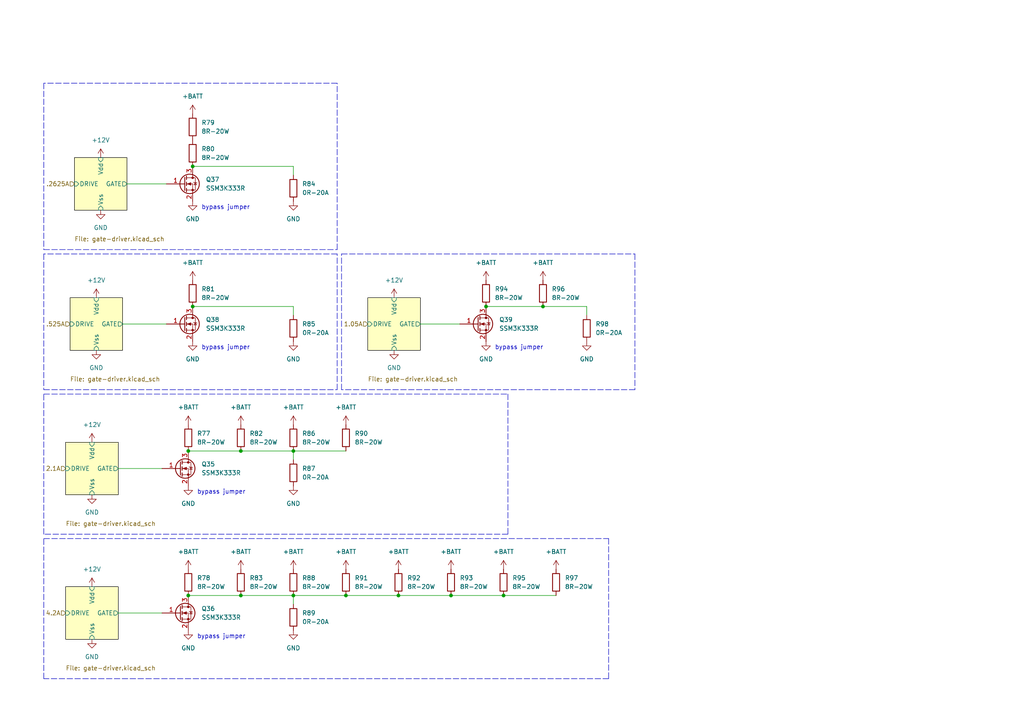
<source format=kicad_sch>
(kicad_sch (version 20211123) (generator eeschema)
  (paper "A4")
  (lib_symbols
    (symbol "OEM:0R-20A" (pin_numbers hide) (pin_names (offset 0))
      (property "Reference" "R" (at 2.032 0 90))
      (property "Value" "0R-20A" (at 0 0 90))
      (symbol "0R-20A_0_1"
        (rectangle (start -1.016 -2.54) (end 1.016 2.54) (stroke (width 0.254)))
      )
      (symbol "0R-20A_1_1"
        (pin passive line (at 0 3.81 270) (length 1.27) (name "~") (number "1"))
        (pin passive line (at 0 -3.81 90) (length 1.27) (name "~") (number "2"))
      )
    )
    (symbol "OEM:8R-20W" (pin_numbers hide) (pin_names (offset 0))
      (property "Reference" "R" (at 2.032 0 90))
      (property "Value" "8R-20W" (at 0 0 90))
      (symbol "8R-20W_0_1"
        (rectangle (start -1.016 -2.54) (end 1.016 2.54) (stroke (width 0.254)))
      )
      (symbol "8R-20W_1_1"
        (pin passive line (at 0 3.81 270) (length 1.27) (name "~") (number "1"))
        (pin passive line (at 0 -3.81 90) (length 1.27) (name "~") (number "2"))
      )
    )
    (symbol "formula:SSM3K333R" (pin_names (offset 0) hide)
      (property "Reference" "Q" (at 5.08 1.905 0))
      (property "Value" "SSM3K333R" (at 5.08 0 0))
      (symbol "SSM3K333R_0_1"
        (polyline (pts (xy 0.762 -1.778) (xy 2.54 -1.778)))
        (polyline (pts (xy 0.762 -1.27) (xy 0.762 -2.286)) (stroke (width 0.254)))
        (polyline (pts (xy 0.762 0) (xy 2.54 0)))
        (polyline (pts (xy 0.762 0.508) (xy 0.762 -0.508)) (stroke (width 0.254)))
        (polyline (pts (xy 0.762 1.778) (xy 2.54 1.778)))
        (polyline (pts (xy 0.762 2.286) (xy 0.762 1.27)) (stroke (width 0.254)))
        (polyline (pts (xy 2.54 -1.778) (xy 2.54 -2.54)))
        (polyline (pts (xy 2.54 -1.778) (xy 2.54 0)))
        (polyline (pts (xy 2.54 2.54) (xy 2.54 1.778)))
        (polyline (pts (xy 0.254 1.905) (xy 0.254 -1.905) (xy 0.254 -1.905)) (stroke (width 0.254)))
        (polyline (pts (xy 1.016 0) (xy 2.032 0.381) (xy 2.032 -0.381) (xy 1.016 0)) (fill (type outline)))
        (polyline (pts (xy 2.54 -1.778) (xy 3.302 -1.778) (xy 3.302 1.778) (xy 2.54 1.778)))
        (polyline (pts (xy 2.794 0.508) (xy 2.921 0.381) (xy 3.683 0.381) (xy 3.81 0.254)))
        (polyline (pts (xy 3.302 0.381) (xy 2.921 -0.254) (xy 3.683 -0.254) (xy 3.302 0.381)))
        (circle (center 1.651 0) (radius 2.8194) (stroke (width 0.254)))
        (circle (center 2.54 -1.778) (radius 0.2794) (fill (type outline)))
        (circle (center 2.54 1.778) (radius 0.2794) (fill (type outline)))
      )
      (symbol "SSM3K333R_1_1"
        (pin input line (at -5.08 0 0) (length 5.334) (name "G") (number "1"))
        (pin passive line (at 2.54 -5.08 90) (length 2.54) (name "S") (number "2"))
        (pin passive line (at 2.54 5.08 270) (length 2.54) (name "D") (number "3"))
      )
    )
    (symbol "power:+12V" (power) (pin_names (offset 0))
      (property "Value" "+12V" (at 0 3.556 0))
      (symbol "+12V_0_1"
        (polyline (pts (xy -0.762 1.27) (xy 0 2.54)))
        (polyline (pts (xy 0 0) (xy 0 2.54)))
        (polyline (pts (xy 0 2.54) (xy 0.762 1.27)))
      )
      (symbol "+12V_1_1"
        (pin power_in line (at 0 0 90) (length 0) hide (name "+12V") (number "1"))
      )
    )
    (symbol "power:+BATT" (power) (pin_names (offset 0))
      (property "Value" "+BATT" (at 0 3.556 0))
      (symbol "+BATT_0_1"
        (polyline (pts (xy -0.762 1.27) (xy 0 2.54)))
        (polyline (pts (xy 0 0) (xy 0 2.54)))
        (polyline (pts (xy 0 2.54) (xy 0.762 1.27)))
      )
      (symbol "+BATT_1_1"
        (pin power_in line (at 0 0 90) (length 0) hide (name "+BATT") (number "1"))
      )
    )
    (symbol "power:GND" (power) (pin_names (offset 0))
      (property "Value" "GND" (at 0 -3.81 0))
      (symbol "GND_0_1"
        (polyline (pts (xy 0 0) (xy 0 -1.27) (xy 1.27 -1.27) (xy 0 -2.54) (xy -1.27 -1.27) (xy 0 -1.27)))
      )
      (symbol "GND_1_1"
        (pin power_in line (at 0 0 270) (length 0) hide (name "GND") (number "1"))
      )
    )
  )
  (junction (at 69.85 130.81))
  (junction (at 85.09 172.72))
  (junction (at 54.61 130.81))
  (junction (at 69.85 172.72))
  (junction (at 54.61 172.72))
  (junction (at 140.97 88.9))
  (junction (at 55.88 88.9))
  (junction (at 130.81 172.72))
  (junction (at 157.48 88.9))
  (junction (at 55.88 48.26))
  (junction (at 85.09 130.81))
  (junction (at 146.05 172.72))
  (junction (at 115.57 172.72))
  (junction (at 100.33 172.72))
  (wire (pts (xy 157.48 88.9) (xy 170.18 88.9)))
  (wire (pts (xy 55.88 88.9) (xy 85.09 88.9)))
  (polyline (pts (xy 97.79 113.03) (xy 97.79 73.66)))
  (wire (pts (xy 34.29 177.8) (xy 46.99 177.8)))
  (wire (pts (xy 130.81 172.72) (xy 146.05 172.72)))
  (wire (pts (xy 85.09 48.26) (xy 85.09 50.8)))
  (polyline (pts (xy 12.7 113.03) (xy 97.79 113.03)))
  (wire (pts (xy 54.61 172.72) (xy 69.85 172.72)))
  (wire (pts (xy 55.88 48.26) (xy 85.09 48.26)))
  (wire (pts (xy 140.97 88.9) (xy 157.48 88.9)))
  (polyline (pts (xy 147.32 114.3) (xy 147.32 154.94)))
  (polyline (pts (xy 12.7 72.39) (xy 97.79 72.39)))
  (polyline (pts (xy 147.32 154.94) (xy 12.7 154.94)))
  (polyline (pts (xy 12.7 154.94) (xy 12.7 114.3)))
  (wire (pts (xy 115.57 172.72) (xy 130.81 172.72)))
  (polyline (pts (xy 176.53 156.21) (xy 176.53 196.85)))
  (polyline (pts (xy 184.15 73.66) (xy 184.15 113.03)))
  (wire (pts (xy 85.09 172.72) (xy 85.09 175.26)))
  (polyline (pts (xy 12.7 156.21) (xy 176.53 156.21)))
  (wire (pts (xy 100.33 172.72) (xy 115.57 172.72)))
  (wire (pts (xy 121.92 93.98) (xy 133.35 93.98)))
  (polyline (pts (xy 184.15 113.03) (xy 99.06 113.03)))
  (polyline (pts (xy 12.7 73.66) (xy 12.7 113.03)))
  (wire (pts (xy 85.09 130.81) (xy 100.33 130.81)))
  (polyline (pts (xy 99.06 113.03) (xy 99.06 73.66)))
  (wire (pts (xy 36.83 53.34) (xy 48.26 53.34)))
  (wire (pts (xy 170.18 88.9) (xy 170.18 91.44)))
  (wire (pts (xy 146.05 172.72) (xy 161.29 172.72)))
  (polyline (pts (xy 12.7 114.3) (xy 147.32 114.3)))
  (wire (pts (xy 35.56 93.98) (xy 48.26 93.98)))
  (polyline (pts (xy 12.7 196.85) (xy 12.7 156.21)))
  (polyline (pts (xy 99.06 73.66) (xy 184.15 73.66)))
  (wire (pts (xy 85.09 130.81) (xy 85.09 133.35)))
  (polyline (pts (xy 97.79 24.13) (xy 12.7 24.13)))
  (wire (pts (xy 54.61 130.81) (xy 69.85 130.81)))
  (wire (pts (xy 85.09 172.72) (xy 100.33 172.72)))
  (polyline (pts (xy 176.53 196.85) (xy 12.7 196.85)))
  (polyline (pts (xy 97.79 73.66) (xy 12.7 73.66)))
  (wire (pts (xy 85.09 88.9) (xy 85.09 91.44)))
  (wire (pts (xy 34.29 135.89) (xy 46.99 135.89)))
  (polyline (pts (xy 12.7 24.13) (xy 12.7 72.39)))
  (polyline (pts (xy 97.79 72.39) (xy 97.79 24.13)))
  (wire (pts (xy 69.85 172.72) (xy 85.09 172.72)))
  (wire (pts (xy 69.85 130.81) (xy 85.09 130.81)))
  (text "bypass jumper" (at 57.15 185.42 0) (effects (font (size 1.27 1.27)) (justify left bottom)))
  (text "bypass jumper" (at 58.42 101.6 0) (effects (font (size 1.27 1.27)) (justify left bottom)))
  (text "bypass jumper" (at 57.15 143.51 0) (effects (font (size 1.27 1.27)) (justify left bottom)))
  (text "bypass jumper" (at 58.42 60.96 0) (effects (font (size 1.27 1.27)) (justify left bottom)))
  (text "bypass jumper" (at 143.51 101.6 0) (effects (font (size 1.27 1.27)) (justify left bottom)))
  (hierarchical_label ".2625A" (shape input) (at 21.59 53.34 180))
  (hierarchical_label ".525A" (shape input) (at 20.32 93.98 180))
  (hierarchical_label "1.05A" (shape input) (at 106.68 93.98 180))
  (hierarchical_label "4.2A" (shape input) (at 19.05 177.8 180))
  (hierarchical_label "2.1A" (shape input) (at 19.05 135.89 180))
  (symbol (lib_id "power:+BATT") (at 157.48 81.28 0) (unit 1)
    (property "Reference" "#PWR?" (effects hide))
    (property "Value" "+BATT" (at 157.48 76.2 0))
  )
  (symbol (lib_id "power:+BATT") (at 161.29 165.1 0) (unit 1)
    (property "Reference" "#PWR?" (effects hide))
    (property "Value" "+BATT" (at 161.29 160.02 0))
  )
  (symbol (lib_id "power:+12V") (at 26.67 170.18 0) (unit 1)
    (property "Reference" "#PWR?" (effects hide))
    (property "Value" "+12V" (at 26.67 165.1 0))
  )
  (symbol (lib_id "OEM:0R-20A") (at 85.09 54.61 0) (unit 1)
    (property "Reference" "R84" (at 87.63 53.3399 0) (effects (justify left)))
    (property "Value" "0R-20A" (at 87.63 55.8799 0) (effects (justify left)))
    (property "Footprint" "OEM:Keystone_5102" (effects hide))
    (property "Datasheet" "https://drive.google.com/file/d/1HKFeeZF7ufPdA83_Gbo5zhYmCSN29wBu/view?usp=share_link" (effects hide))
    (property "MPN" "5102" (effects hide))
  )
  (symbol (lib_id "power:GND") (at 85.09 58.42 0) (unit 1)
    (property "Reference" "#PWR?" (effects hide))
    (property "Value" "GND" (at 85.09 63.5 0))
  )
  (symbol (lib_id "power:GND") (at 85.09 140.97 0) (unit 1)
    (property "Reference" "#PWR?" (effects hide))
    (property "Value" "GND" (at 85.09 146.05 0))
  )
  (symbol (lib_id "power:GND") (at 55.88 99.06 0) (unit 1)
    (property "Reference" "#PWR?" (effects hide))
    (property "Value" "GND" (at 55.88 104.14 0))
  )
  (symbol (lib_id "OEM:8R-20W") (at 69.85 168.91 0) (unit 1)
    (property "Reference" "R83" (at 72.39 167.6399 0) (effects (justify left)))
    (property "Value" "8R-20W" (at 72.39 170.1799 0) (effects (justify left)))
    (property "Footprint" "Package_TO_SOT_THT:TO-220-2_Vertical" (effects hide))
    (property "Datasheet" "https://drive.google.com/file/d/1HHV-b7MTF0BCEYmo224AfXIKl0lOq6SS/view?usp=share_link" (effects hide))
  )
  (symbol (lib_id "power:GND") (at 27.94 101.6 0) (unit 1)
    (property "Reference" "#PWR?" (effects hide))
    (property "Value" "GND" (at 27.94 106.68 0))
  )
  (symbol (lib_id "OEM:8R-20W") (at 54.61 127 0) (unit 1)
    (property "Reference" "R77" (at 57.15 125.7299 0) (effects (justify left)))
    (property "Value" "8R-20W" (at 57.15 128.2699 0) (effects (justify left)))
    (property "Footprint" "Package_TO_SOT_THT:TO-220-2_Vertical" (effects hide))
    (property "Datasheet" "https://drive.google.com/file/d/1HHV-b7MTF0BCEYmo224AfXIKl0lOq6SS/view?usp=share_link" (effects hide))
  )
  (symbol (lib_id "power:+BATT") (at 140.97 81.28 0) (unit 1)
    (property "Reference" "#PWR?" (effects hide))
    (property "Value" "+BATT" (at 140.97 76.2 0))
  )
  (symbol (lib_id "power:+BATT") (at 69.85 123.19 0) (unit 1)
    (property "Reference" "#PWR?" (effects hide))
    (property "Value" "+BATT" (at 69.85 118.11 0))
  )
  (symbol (lib_id "OEM:8R-20W") (at 140.97 85.09 0) (unit 1)
    (property "Reference" "R94" (at 143.51 83.8199 0) (effects (justify left)))
    (property "Value" "8R-20W" (at 143.51 86.3599 0) (effects (justify left)))
    (property "Footprint" "Package_TO_SOT_THT:TO-220-2_Vertical" (effects hide))
    (property "Datasheet" "https://drive.google.com/file/d/1HHV-b7MTF0BCEYmo224AfXIKl0lOq6SS/view?usp=share_link" (effects hide))
  )
  (symbol (lib_id "power:+12V") (at 29.21 45.72 0) (unit 1)
    (property "Reference" "#PWR?" (effects hide))
    (property "Value" "+12V" (at 29.21 40.64 0))
  )
  (symbol (lib_id "OEM:8R-20W") (at 55.88 44.45 0) (unit 1)
    (property "Reference" "R80" (at 58.42 43.1799 0) (effects (justify left)))
    (property "Value" "8R-20W" (at 58.42 45.7199 0) (effects (justify left)))
    (property "Footprint" "Package_TO_SOT_THT:TO-220-2_Vertical" (effects hide))
    (property "Datasheet" "https://drive.google.com/file/d/1HHV-b7MTF0BCEYmo224AfXIKl0lOq6SS/view?usp=share_link" (effects hide))
  )
  (symbol (lib_id "power:+BATT") (at 55.88 33.02 0) (unit 1)
    (property "Reference" "#PWR?" (effects hide))
    (property "Value" "+BATT" (at 55.88 27.94 0))
  )
  (symbol (lib_id "formula:SSM3K333R") (at 53.34 53.34 0) (unit 1)
    (property "Reference" "Q37" (at 59.69 52.0699 0) (effects (justify left)))
    (property "Value" "SSM3K333R" (at 59.69 54.6099 0) (effects (justify left)))
    (property "Footprint" "footprints:SOT-23F" (effects hide))
    (property "Datasheet" "https://drive.google.com/drive/folders/0B-V-iZf33Y4GNzhDQTJZanJRbVk" (effects hide))
    (property "MFN" "DK" (effects hide))
    (property "MPN" "SSM3K333RLFCT-ND" (effects hide))
    (property "PurchasingLink" "https://www.digikey.com/product-detail/en/toshiba-semiconductor-and-storage/SSM3K333RLF/SSM3K333RLFCT-ND/3522391" (effects hide))
  )
  (symbol (lib_id "OEM:8R-20W") (at 85.09 168.91 0) (unit 1)
    (property "Reference" "R88" (at 87.63 167.6399 0) (effects (justify left)))
    (property "Value" "8R-20W" (at 87.63 170.1799 0) (effects (justify left)))
    (property "Footprint" "Package_TO_SOT_THT:TO-220-2_Vertical" (effects hide))
    (property "Datasheet" "https://drive.google.com/file/d/1HHV-b7MTF0BCEYmo224AfXIKl0lOq6SS/view?usp=share_link" (effects hide))
  )
  (symbol (lib_id "power:+BATT") (at 146.05 165.1 0) (unit 1)
    (property "Reference" "#PWR?" (effects hide))
    (property "Value" "+BATT" (at 146.05 160.02 0))
  )
  (symbol (lib_id "OEM:8R-20W") (at 146.05 168.91 0) (unit 1)
    (property "Reference" "R95" (at 148.59 167.6399 0) (effects (justify left)))
    (property "Value" "8R-20W" (at 148.59 170.1799 0) (effects (justify left)))
    (property "Footprint" "Package_TO_SOT_THT:TO-220-2_Vertical" (effects hide))
    (property "Datasheet" "https://drive.google.com/file/d/1HHV-b7MTF0BCEYmo224AfXIKl0lOq6SS/view?usp=share_link" (effects hide))
  )
  (symbol (lib_id "OEM:0R-20A") (at 170.18 95.25 0) (unit 1)
    (property "Reference" "R98" (at 172.72 93.9799 0) (effects (justify left)))
    (property "Value" "0R-20A" (at 172.72 96.5199 0) (effects (justify left)))
    (property "Footprint" "OEM:Keystone_5102" (effects hide))
    (property "Datasheet" "https://drive.google.com/file/d/1HKFeeZF7ufPdA83_Gbo5zhYmCSN29wBu/view?usp=share_link" (effects hide))
    (property "MPN" "5102" (effects hide))
  )
  (symbol (lib_id "power:GND") (at 54.61 140.97 0) (unit 1)
    (property "Reference" "#PWR?" (effects hide))
    (property "Value" "GND" (at 54.61 146.05 0))
  )
  (symbol (lib_id "power:GND") (at 170.18 99.06 0) (unit 1)
    (property "Reference" "#PWR?" (effects hide))
    (property "Value" "GND" (at 170.18 104.14 0))
  )
  (symbol (lib_id "OEM:8R-20W") (at 161.29 168.91 0) (unit 1)
    (property "Reference" "R97" (at 163.83 167.6399 0) (effects (justify left)))
    (property "Value" "8R-20W" (at 163.83 170.1799 0) (effects (justify left)))
    (property "Footprint" "Package_TO_SOT_THT:TO-220-2_Vertical" (effects hide))
    (property "Datasheet" "https://drive.google.com/file/d/1HHV-b7MTF0BCEYmo224AfXIKl0lOq6SS/view?usp=share_link" (effects hide))
  )
  (symbol (lib_id "formula:SSM3K333R") (at 52.07 135.89 0) (unit 1)
    (property "Reference" "Q35" (at 58.42 134.6199 0) (effects (justify left)))
    (property "Value" "SSM3K333R" (at 58.42 137.1599 0) (effects (justify left)))
    (property "Footprint" "footprints:SOT-23F" (effects hide))
    (property "Datasheet" "https://drive.google.com/drive/folders/0B-V-iZf33Y4GNzhDQTJZanJRbVk" (effects hide))
    (property "MFN" "DK" (effects hide))
    (property "MPN" "SSM3K333RLFCT-ND" (effects hide))
    (property "PurchasingLink" "https://www.digikey.com/product-detail/en/toshiba-semiconductor-and-storage/SSM3K333RLF/SSM3K333RLFCT-ND/3522391" (effects hide))
  )
  (symbol (lib_id "power:+BATT") (at 69.85 165.1 0) (unit 1)
    (property "Reference" "#PWR?" (effects hide))
    (property "Value" "+BATT" (at 69.85 160.02 0))
  )
  (symbol (lib_id "OEM:8R-20W") (at 85.09 127 0) (unit 1)
    (property "Reference" "R86" (at 87.63 125.7299 0) (effects (justify left)))
    (property "Value" "8R-20W" (at 87.63 128.2699 0) (effects (justify left)))
    (property "Footprint" "Package_TO_SOT_THT:TO-220-2_Vertical" (effects hide))
    (property "Datasheet" "https://drive.google.com/file/d/1HHV-b7MTF0BCEYmo224AfXIKl0lOq6SS/view?usp=share_link" (effects hide))
  )
  (symbol (lib_id "OEM:0R-20A") (at 85.09 137.16 0) (unit 1)
    (property "Reference" "R87" (at 87.63 135.8899 0) (effects (justify left)))
    (property "Value" "0R-20A" (at 87.63 138.4299 0) (effects (justify left)))
    (property "Footprint" "OEM:Keystone_5102" (effects hide))
    (property "Datasheet" "https://drive.google.com/file/d/1HKFeeZF7ufPdA83_Gbo5zhYmCSN29wBu/view?usp=share_link" (effects hide))
    (property "MPN" "5102" (effects hide))
  )
  (symbol (lib_id "OEM:8R-20W") (at 100.33 168.91 0) (unit 1)
    (property "Reference" "R91" (at 102.87 167.6399 0) (effects (justify left)))
    (property "Value" "8R-20W" (at 102.87 170.1799 0) (effects (justify left)))
    (property "Footprint" "Package_TO_SOT_THT:TO-220-2_Vertical" (effects hide))
    (property "Datasheet" "https://drive.google.com/file/d/1HHV-b7MTF0BCEYmo224AfXIKl0lOq6SS/view?usp=share_link" (effects hide))
  )
  (symbol (lib_id "OEM:8R-20W") (at 55.88 36.83 0) (unit 1)
    (property "Reference" "R79" (at 58.42 35.5599 0) (effects (justify left)))
    (property "Value" "8R-20W" (at 58.42 38.0999 0) (effects (justify left)))
    (property "Footprint" "Package_TO_SOT_THT:TO-220-2_Vertical" (effects hide))
    (property "Datasheet" "https://drive.google.com/file/d/1HHV-b7MTF0BCEYmo224AfXIKl0lOq6SS/view?usp=share_link" (effects hide))
  )
  (symbol (lib_id "OEM:8R-20W") (at 157.48 85.09 0) (unit 1)
    (property "Reference" "R96" (at 160.02 83.8199 0) (effects (justify left)))
    (property "Value" "8R-20W" (at 160.02 86.3599 0) (effects (justify left)))
    (property "Footprint" "Package_TO_SOT_THT:TO-220-2_Vertical" (effects hide))
    (property "Datasheet" "https://drive.google.com/file/d/1HHV-b7MTF0BCEYmo224AfXIKl0lOq6SS/view?usp=share_link" (effects hide))
  )
  (symbol (lib_id "OEM:8R-20W") (at 115.57 168.91 0) (unit 1)
    (property "Reference" "R92" (at 118.11 167.6399 0) (effects (justify left)))
    (property "Value" "8R-20W" (at 118.11 170.1799 0) (effects (justify left)))
    (property "Footprint" "Package_TO_SOT_THT:TO-220-2_Vertical" (effects hide))
    (property "Datasheet" "https://drive.google.com/file/d/1HHV-b7MTF0BCEYmo224AfXIKl0lOq6SS/view?usp=share_link" (effects hide))
  )
  (symbol (lib_id "power:GND") (at 114.3 101.6 0) (unit 1)
    (property "Reference" "#PWR?" (effects hide))
    (property "Value" "GND" (at 114.3 106.68 0))
  )
  (symbol (lib_id "formula:SSM3K333R") (at 52.07 177.8 0) (unit 1)
    (property "Reference" "Q36" (at 58.42 176.5299 0) (effects (justify left)))
    (property "Value" "SSM3K333R" (at 58.42 179.0699 0) (effects (justify left)))
    (property "Footprint" "footprints:SOT-23F" (effects hide))
    (property "Datasheet" "https://drive.google.com/drive/folders/0B-V-iZf33Y4GNzhDQTJZanJRbVk" (effects hide))
    (property "MFN" "DK" (effects hide))
    (property "MPN" "SSM3K333RLFCT-ND" (effects hide))
    (property "PurchasingLink" "https://www.digikey.com/product-detail/en/toshiba-semiconductor-and-storage/SSM3K333RLF/SSM3K333RLFCT-ND/3522391" (effects hide))
  )
  (symbol (lib_id "OEM:8R-20W") (at 69.85 127 0) (unit 1)
    (property "Reference" "R82" (at 72.39 125.7299 0) (effects (justify left)))
    (property "Value" "8R-20W" (at 72.39 128.2699 0) (effects (justify left)))
    (property "Footprint" "Package_TO_SOT_THT:TO-220-2_Vertical" (effects hide))
    (property "Datasheet" "https://drive.google.com/file/d/1HHV-b7MTF0BCEYmo224AfXIKl0lOq6SS/view?usp=share_link" (effects hide))
  )
  (symbol (lib_id "power:GND") (at 26.67 185.42 0) (unit 1)
    (property "Reference" "#PWR?" (effects hide))
    (property "Value" "GND" (at 26.67 190.5 0))
  )
  (symbol (lib_id "power:GND") (at 85.09 99.06 0) (unit 1)
    (property "Reference" "#PWR?" (effects hide))
    (property "Value" "GND" (at 85.09 104.14 0))
  )
  (symbol (lib_id "OEM:0R-20A") (at 85.09 179.07 0) (unit 1)
    (property "Reference" "R89" (at 87.63 177.7999 0) (effects (justify left)))
    (property "Value" "0R-20A" (at 87.63 180.3399 0) (effects (justify left)))
    (property "Footprint" "OEM:Keystone_5102" (effects hide))
    (property "Datasheet" "https://drive.google.com/file/d/1HKFeeZF7ufPdA83_Gbo5zhYmCSN29wBu/view?usp=share_link" (effects hide))
    (property "MPN" "5102" (effects hide))
  )
  (symbol (lib_id "OEM:0R-20A") (at 85.09 95.25 0) (unit 1)
    (property "Reference" "R85" (at 87.63 93.9799 0) (effects (justify left)))
    (property "Value" "0R-20A" (at 87.63 96.5199 0) (effects (justify left)))
    (property "Footprint" "OEM:Keystone_5102" (effects hide))
    (property "Datasheet" "https://drive.google.com/file/d/1HKFeeZF7ufPdA83_Gbo5zhYmCSN29wBu/view?usp=share_link" (effects hide))
    (property "MPN" "5102" (effects hide))
  )
  (symbol (lib_id "formula:SSM3K333R") (at 138.43 93.98 0) (unit 1)
    (property "Reference" "Q39" (at 144.78 92.7099 0) (effects (justify left)))
    (property "Value" "SSM3K333R" (at 144.78 95.2499 0) (effects (justify left)))
    (property "Footprint" "footprints:SOT-23F" (effects hide))
    (property "Datasheet" "https://drive.google.com/drive/folders/0B-V-iZf33Y4GNzhDQTJZanJRbVk" (effects hide))
    (property "MFN" "DK" (effects hide))
    (property "MPN" "SSM3K333RLFCT-ND" (effects hide))
    (property "PurchasingLink" "https://www.digikey.com/product-detail/en/toshiba-semiconductor-and-storage/SSM3K333RLF/SSM3K333RLFCT-ND/3522391" (effects hide))
  )
  (symbol (lib_id "power:+BATT") (at 100.33 165.1 0) (unit 1)
    (property "Reference" "#PWR?" (effects hide))
    (property "Value" "+BATT" (at 100.33 160.02 0))
  )
  (symbol (lib_id "power:+BATT") (at 100.33 123.19 0) (unit 1)
    (property "Reference" "#PWR?" (effects hide))
    (property "Value" "+BATT" (at 100.33 118.11 0))
  )
  (symbol (lib_id "power:+BATT") (at 85.09 165.1 0) (unit 1)
    (property "Reference" "#PWR?" (effects hide))
    (property "Value" "+BATT" (at 85.09 160.02 0))
  )
  (symbol (lib_id "OEM:8R-20W") (at 100.33 127 0) (unit 1)
    (property "Reference" "R90" (at 102.87 125.7299 0) (effects (justify left)))
    (property "Value" "8R-20W" (at 102.87 128.2699 0) (effects (justify left)))
    (property "Footprint" "Package_TO_SOT_THT:TO-220-2_Vertical" (effects hide))
    (property "Datasheet" "https://drive.google.com/file/d/1HHV-b7MTF0BCEYmo224AfXIKl0lOq6SS/view?usp=share_link" (effects hide))
  )
  (symbol (lib_id "OEM:8R-20W") (at 55.88 85.09 0) (unit 1)
    (property "Reference" "R81" (at 58.42 83.8199 0) (effects (justify left)))
    (property "Value" "8R-20W" (at 58.42 86.3599 0) (effects (justify left)))
    (property "Footprint" "Package_TO_SOT_THT:TO-220-2_Vertical" (effects hide))
    (property "Datasheet" "https://drive.google.com/file/d/1HHV-b7MTF0BCEYmo224AfXIKl0lOq6SS/view?usp=share_link" (effects hide))
  )
  (symbol (lib_id "OEM:8R-20W") (at 54.61 168.91 0) (unit 1)
    (property "Reference" "R78" (at 57.15 167.6399 0) (effects (justify left)))
    (property "Value" "8R-20W" (at 57.15 170.1799 0) (effects (justify left)))
    (property "Footprint" "Package_TO_SOT_THT:TO-220-2_Vertical" (effects hide))
    (property "Datasheet" "https://drive.google.com/file/d/1HHV-b7MTF0BCEYmo224AfXIKl0lOq6SS/view?usp=share_link" (effects hide))
  )
  (symbol (lib_id "power:GND") (at 54.61 182.88 0) (unit 1)
    (property "Reference" "#PWR?" (effects hide))
    (property "Value" "GND" (at 54.61 187.96 0))
  )
  (symbol (lib_id "power:GND") (at 85.09 182.88 0) (unit 1)
    (property "Reference" "#PWR?" (effects hide))
    (property "Value" "GND" (at 85.09 187.96 0))
  )
  (symbol (lib_id "power:+12V") (at 114.3 86.36 0) (unit 1)
    (property "Reference" "#PWR?" (effects hide))
    (property "Value" "+12V" (at 114.3 81.28 0))
  )
  (symbol (lib_id "power:+12V") (at 26.67 128.27 0) (unit 1)
    (property "Reference" "#PWR?" (effects hide))
    (property "Value" "+12V" (at 26.67 123.19 0))
  )
  (symbol (lib_id "power:+BATT") (at 54.61 165.1 0) (unit 1)
    (property "Reference" "#PWR?" (effects hide))
    (property "Value" "+BATT" (at 54.61 160.02 0))
  )
  (symbol (lib_id "power:GND") (at 29.21 60.96 0) (unit 1)
    (property "Reference" "#PWR?" (effects hide))
    (property "Value" "GND" (at 29.21 66.04 0))
  )
  (symbol (lib_id "power:GND") (at 55.88 58.42 0) (unit 1)
    (property "Reference" "#PWR?" (effects hide))
    (property "Value" "GND" (at 55.88 63.5 0))
  )
  (symbol (lib_id "power:+12V") (at 27.94 86.36 0) (unit 1)
    (property "Reference" "#PWR?" (effects hide))
    (property "Value" "+12V" (at 27.94 81.28 0))
  )
  (symbol (lib_id "power:+BATT") (at 115.57 165.1 0) (unit 1)
    (property "Reference" "#PWR?" (effects hide))
    (property "Value" "+BATT" (at 115.57 160.02 0))
  )
  (symbol (lib_id "formula:SSM3K333R") (at 53.34 93.98 0) (unit 1)
    (property "Reference" "Q38" (at 59.69 92.7099 0) (effects (justify left)))
    (property "Value" "SSM3K333R" (at 59.69 95.2499 0) (effects (justify left)))
    (property "Footprint" "footprints:SOT-23F" (effects hide))
    (property "Datasheet" "https://drive.google.com/drive/folders/0B-V-iZf33Y4GNzhDQTJZanJRbVk" (effects hide))
    (property "MFN" "DK" (effects hide))
    (property "MPN" "SSM3K333RLFCT-ND" (effects hide))
    (property "PurchasingLink" "https://www.digikey.com/product-detail/en/toshiba-semiconductor-and-storage/SSM3K333RLF/SSM3K333RLFCT-ND/3522391" (effects hide))
  )
  (symbol (lib_id "power:+BATT") (at 54.61 123.19 0) (unit 1)
    (property "Reference" "#PWR?" (effects hide))
    (property "Value" "+BATT" (at 54.61 118.11 0))
  )
  (symbol (lib_id "power:+BATT") (at 55.88 81.28 0) (unit 1)
    (property "Reference" "#PWR?" (effects hide))
    (property "Value" "+BATT" (at 55.88 76.2 0))
  )
  (symbol (lib_id "power:GND") (at 140.97 99.06 0) (unit 1)
    (property "Reference" "#PWR?" (effects hide))
    (property "Value" "GND" (at 140.97 104.14 0))
  )
  (symbol (lib_id "power:+BATT") (at 130.81 165.1 0) (unit 1)
    (property "Reference" "#PWR?" (effects hide))
    (property "Value" "+BATT" (at 130.81 160.02 0))
  )
  (symbol (lib_id "power:+BATT") (at 85.09 123.19 0) (unit 1)
    (property "Reference" "#PWR?" (effects hide))
    (property "Value" "+BATT" (at 85.09 118.11 0))
  )
  (symbol (lib_id "OEM:8R-20W") (at 130.81 168.91 0) (unit 1)
    (property "Reference" "R93" (at 133.35 167.6399 0) (effects (justify left)))
    (property "Value" "8R-20W" (at 133.35 170.1799 0) (effects (justify left)))
    (property "Footprint" "Package_TO_SOT_THT:TO-220-2_Vertical" (effects hide))
    (property "Datasheet" "https://drive.google.com/file/d/1HHV-b7MTF0BCEYmo224AfXIKl0lOq6SS/view?usp=share_link" (effects hide))
  )
  (symbol (lib_id "power:GND") (at 26.67 143.51 0) (unit 1)
    (property "Reference" "#PWR?" (effects hide))
    (property "Value" "GND" (at 26.67 148.59 0))
  )
  (sheet (at 19.05 128.27) (size 15.24 15.24) (stroke (width 0.1524) (color 0 0 0 1)) (fill (color 255 255 194 1.0000))
    (property "Sheet name" "12V Gate Driver4" (effects hide))
    (property "Sheet file" "gate-driver.kicad_sch" (at 19.05 151.13 0) (effects (justify left top)))
    (pin "GATE" output (at 34.29 135.89 0))
    (pin "DRIVE" input (at 19.05 135.89 180))
    (pin "Vss" input (at 26.67 143.51 270))
    (pin "Vdd" input (at 26.67 128.27 90))
  )
  (sheet (at 21.59 45.72) (size 15.24 15.24) (stroke (width 0.1524) (color 0 0 0 1)) (fill (color 255 255 194 1.0000))
    (property "Sheet name" "12V Gate Driver5" (effects hide))
    (property "Sheet file" "gate-driver.kicad_sch" (at 21.59 68.58 0) (effects (justify left top)))
    (pin "GATE" output (at 36.83 53.34 0))
    (pin "DRIVE" input (at 21.59 53.34 180))
    (pin "Vss" input (at 29.21 60.96 270))
    (pin "Vdd" input (at 29.21 45.72 90))
  )
  (sheet (at 20.32 86.36) (size 15.24 15.24) (stroke (width 0.1524) (color 0 0 0 1)) (fill (color 255 255 194 1.0000))
    (property "Sheet name" "12V Gate Driver2" (effects hide))
    (property "Sheet file" "gate-driver.kicad_sch" (at 20.32 109.22 0) (effects (justify left top)))
    (pin "GATE" output (at 35.56 93.98 0))
    (pin "DRIVE" input (at 20.32 93.98 180))
    (pin "Vss" input (at 27.94 101.6 270))
    (pin "Vdd" input (at 27.94 86.36 90))
  )
  (sheet (at 19.05 170.18) (size 15.24 15.24) (stroke (width 0.1524) (color 0 0 0 1)) (fill (color 255 255 194 1.0000))
    (property "Sheet name" "12V Gate Driver3" (effects hide))
    (property "Sheet file" "gate-driver.kicad_sch" (at 19.05 193.04 0) (effects (justify left top)))
    (pin "GATE" output (at 34.29 177.8 0))
    (pin "DRIVE" input (at 19.05 177.8 180))
    (pin "Vss" input (at 26.67 185.42 270))
    (pin "Vdd" input (at 26.67 170.18 90))
  )
  (sheet (at 106.68 86.36) (size 15.24 15.24) (stroke (width 0.1524) (color 0 0 0 1)) (fill (color 255 255 194 1.0000))
    (property "Sheet name" "12V Gate Driver1" (effects hide))
    (property "Sheet file" "gate-driver.kicad_sch" (at 106.68 109.22 0) (effects (justify left top)))
    (pin "GATE" output (at 121.92 93.98 0))
    (pin "DRIVE" input (at 106.68 93.98 180))
    (pin "Vss" input (at 114.3 101.6 270))
    (pin "Vdd" input (at 114.3 86.36 90))
  )
)
</source>
